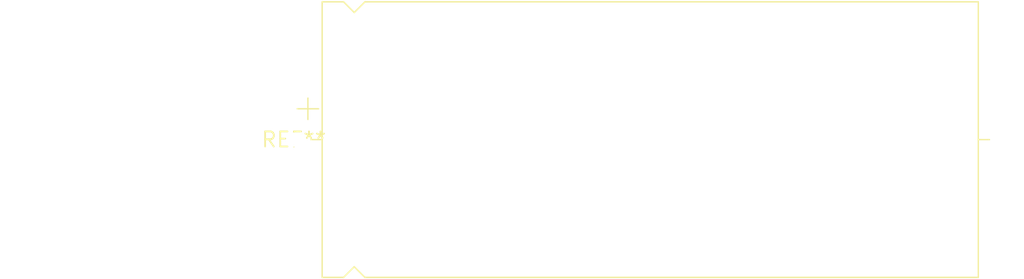
<source format=kicad_pcb>
(kicad_pcb (version 20240108) (generator pcbnew)
  (layers (0 "F.Cu" signal) (31 "B.Cu" signal) (34 "B.Paste" user) (35 "F.Paste" user) (36 "B.SilkS" user "B.Silkscreen") (37 "F.SilkS" user "F.Silkscreen") (38 "B.Mask" user) (39 "F.Mask" user) (44 "Edge.Cuts" user))
  (net 0 "")
  (footprint "CP_Axial_L55.0mm_D23.0mm_P60.00mm_Horizontal" (layer "F.Cu") (at 0 0)
    (property "Reference" "REF**")
    (property "Value" "CP_Axial_L55.0mm_D23.0mm_P60.00mm_Horizontal")
    (fp_line (start 0.28 -2.6) (end 2.08 -2.6) (layer "F.SilkS") (stroke (width 0.12)))
    (fp_line (start 1.18 -3.5) (end 1.18 -1.7) (layer "F.SilkS") (stroke (width 0.12)))
    (fp_line (start 1.44 0) (end 2.38 0) (layer "F.SilkS") (stroke (width 0.12)))
    (fp_line (start 2.38 -11.62) (end 2.38 11.62) (layer "F.SilkS") (stroke (width 0.12)))
    (fp_line (start 2.38 -11.62) (end 4.18 -11.62) (layer "F.SilkS") (stroke (width 0.12)))
    (fp_line (start 2.38 11.62) (end 4.18 11.62) (layer "F.SilkS") (stroke (width 0.12)))
    (fp_line (start 4.18 -11.62) (end 5.08 -10.72) (layer "F.SilkS") (stroke (width 0.12)))
    (fp_line (start 4.18 11.62) (end 5.08 10.72) (layer "F.SilkS") (stroke (width 0.12)))
    (fp_line (start 5.08 -10.72) (end 5.98 -11.62) (layer "F.SilkS") (stroke (width 0.12)))
    (fp_line (start 5.08 10.72) (end 5.98 11.62) (layer "F.SilkS") (stroke (width 0.12)))
    (fp_line (start 5.98 -11.62) (end 57.62 -11.62) (layer "F.SilkS") (stroke (width 0.12)))
    (fp_line (start 5.98 11.62) (end 57.62 11.62) (layer "F.SilkS") (stroke (width 0.12)))
    (fp_line (start 57.62 -11.62) (end 57.62 11.62) (layer "F.SilkS") (stroke (width 0.12)))
    (fp_line (start 58.56 0) (end 57.62 0) (layer "F.SilkS") (stroke (width 0.12)))
    (pad "1" thru_hole rect (at 0 0) (size 2.4 2.4) (drill 1.2) (layers *.Cu *.Mask) (remove_unused_layers))
    (pad "2" thru_hole oval (at 60 0) (size 2.4 2.4) (drill 1.2) (layers *.Cu *.Mask) (remove_unused_layers))
  )
)
</source>
